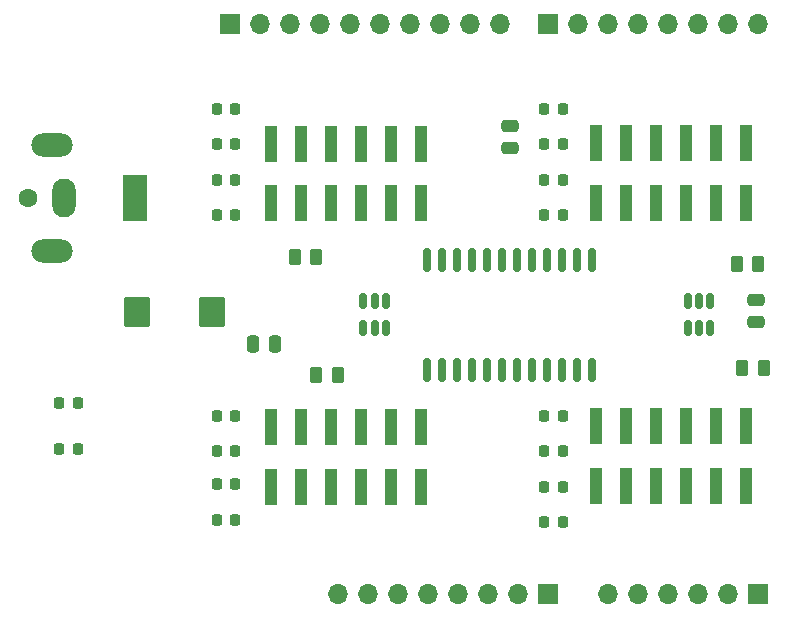
<source format=gbr>
%TF.GenerationSoftware,KiCad,Pcbnew,7.0.7*%
%TF.CreationDate,2024-06-03T14:36:37+02:00*%
%TF.ProjectId,control-board_v1,636f6e74-726f-46c2-9d62-6f6172645f76,rev?*%
%TF.SameCoordinates,Original*%
%TF.FileFunction,Soldermask,Top*%
%TF.FilePolarity,Negative*%
%FSLAX46Y46*%
G04 Gerber Fmt 4.6, Leading zero omitted, Abs format (unit mm)*
G04 Created by KiCad (PCBNEW 7.0.7) date 2024-06-03 14:36:37*
%MOMM*%
%LPD*%
G01*
G04 APERTURE LIST*
G04 Aperture macros list*
%AMRoundRect*
0 Rectangle with rounded corners*
0 $1 Rounding radius*
0 $2 $3 $4 $5 $6 $7 $8 $9 X,Y pos of 4 corners*
0 Add a 4 corners polygon primitive as box body*
4,1,4,$2,$3,$4,$5,$6,$7,$8,$9,$2,$3,0*
0 Add four circle primitives for the rounded corners*
1,1,$1+$1,$2,$3*
1,1,$1+$1,$4,$5*
1,1,$1+$1,$6,$7*
1,1,$1+$1,$8,$9*
0 Add four rect primitives between the rounded corners*
20,1,$1+$1,$2,$3,$4,$5,0*
20,1,$1+$1,$4,$5,$6,$7,0*
20,1,$1+$1,$6,$7,$8,$9,0*
20,1,$1+$1,$8,$9,$2,$3,0*%
G04 Aperture macros list end*
%ADD10RoundRect,0.218750X0.218750X0.256250X-0.218750X0.256250X-0.218750X-0.256250X0.218750X-0.256250X0*%
%ADD11RoundRect,0.250000X0.262500X0.450000X-0.262500X0.450000X-0.262500X-0.450000X0.262500X-0.450000X0*%
%ADD12RoundRect,0.250000X0.875000X1.025000X-0.875000X1.025000X-0.875000X-1.025000X0.875000X-1.025000X0*%
%ADD13RoundRect,0.150000X-0.150000X0.512500X-0.150000X-0.512500X0.150000X-0.512500X0.150000X0.512500X0*%
%ADD14R,1.000000X3.150000*%
%ADD15RoundRect,0.250000X0.475000X-0.250000X0.475000X0.250000X-0.475000X0.250000X-0.475000X-0.250000X0*%
%ADD16RoundRect,0.250000X0.250000X0.475000X-0.250000X0.475000X-0.250000X-0.475000X0.250000X-0.475000X0*%
%ADD17RoundRect,0.150000X0.150000X-0.875000X0.150000X0.875000X-0.150000X0.875000X-0.150000X-0.875000X0*%
%ADD18RoundRect,0.250000X-0.475000X0.250000X-0.475000X-0.250000X0.475000X-0.250000X0.475000X0.250000X0*%
%ADD19C,1.600000*%
%ADD20R,2.000000X4.000000*%
%ADD21O,2.000000X3.300000*%
%ADD22O,3.500000X2.000000*%
%ADD23RoundRect,0.250000X-0.262500X-0.450000X0.262500X-0.450000X0.262500X0.450000X-0.262500X0.450000X0*%
%ADD24RoundRect,0.150000X0.150000X-0.512500X0.150000X0.512500X-0.150000X0.512500X-0.150000X-0.512500X0*%
%ADD25R,1.700000X1.700000*%
%ADD26O,1.700000X1.700000*%
G04 APERTURE END LIST*
D10*
%TO.C,D7*%
X36117500Y-56780000D03*
X34542500Y-56780000D03*
%TD*%
%TO.C,D2*%
X36117500Y-31000000D03*
X34542500Y-31000000D03*
%TD*%
D11*
%TO.C,R19*%
X42940000Y-37560000D03*
X41115000Y-37560000D03*
%TD*%
D10*
%TO.C,D3*%
X36117500Y-25000000D03*
X34542500Y-25000000D03*
%TD*%
%TO.C,D1*%
X36117500Y-34000000D03*
X34542500Y-34000000D03*
%TD*%
%TO.C,D6*%
X36117500Y-54000000D03*
X34542500Y-54000000D03*
%TD*%
%TO.C,D10*%
X63837500Y-54000000D03*
X62262500Y-54000000D03*
%TD*%
D11*
%TO.C,R21*%
X44772500Y-47560000D03*
X42947500Y-47560000D03*
%TD*%
D10*
%TO.C,D9*%
X63837500Y-51000000D03*
X62262500Y-51000000D03*
%TD*%
D12*
%TO.C,C1*%
X34170000Y-42210000D03*
X27770000Y-42210000D03*
%TD*%
D10*
%TO.C,D14*%
X63837500Y-28000000D03*
X62262500Y-28000000D03*
%TD*%
%TO.C,D16*%
X63837500Y-34000000D03*
X62262500Y-34000000D03*
%TD*%
D13*
%TO.C,Q10*%
X76310000Y-41302500D03*
X75360000Y-41302500D03*
X74410000Y-41302500D03*
X74410000Y-43577500D03*
X75360000Y-43577500D03*
X76310000Y-43577500D03*
%TD*%
D14*
%TO.C,J2*%
X39130000Y-56990000D03*
X39130000Y-51940000D03*
X41670000Y-56990000D03*
X41670000Y-51940000D03*
X44210000Y-56990000D03*
X44210000Y-51940000D03*
X46750000Y-56990000D03*
X46750000Y-51940000D03*
X49290000Y-56990000D03*
X49290000Y-51940000D03*
X51830000Y-56990000D03*
X51830000Y-51940000D03*
%TD*%
D10*
%TO.C,D15*%
X63837500Y-31000000D03*
X62262500Y-31000000D03*
%TD*%
D15*
%TO.C,C5*%
X59380000Y-28310000D03*
X59380000Y-26410000D03*
%TD*%
D16*
%TO.C,C7*%
X39470000Y-44870000D03*
X37570000Y-44870000D03*
%TD*%
D10*
%TO.C,D5*%
X36117500Y-51000000D03*
X34542500Y-51000000D03*
%TD*%
%TO.C,D12*%
X63837500Y-60000000D03*
X62262500Y-60000000D03*
%TD*%
D14*
%TO.C,J5*%
X66630000Y-32940000D03*
X66630000Y-27890000D03*
X69170000Y-32940000D03*
X69170000Y-27890000D03*
X71710000Y-32940000D03*
X71710000Y-27890000D03*
X74250000Y-32940000D03*
X74250000Y-27890000D03*
X76790000Y-32940000D03*
X76790000Y-27890000D03*
X79330000Y-32940000D03*
X79330000Y-27890000D03*
%TD*%
D10*
%TO.C,D11*%
X63837500Y-57000000D03*
X62262500Y-57000000D03*
%TD*%
%TO.C,D18*%
X22780000Y-49891250D03*
X21205000Y-49891250D03*
%TD*%
D17*
%TO.C,U1*%
X52360000Y-47090000D03*
X53630000Y-47090000D03*
X54900000Y-47090000D03*
X56170000Y-47090000D03*
X57440000Y-47090000D03*
X58710000Y-47090000D03*
X59980000Y-47090000D03*
X61250000Y-47090000D03*
X62520000Y-47090000D03*
X63790000Y-47090000D03*
X65060000Y-47090000D03*
X66330000Y-47090000D03*
X66330000Y-37790000D03*
X65060000Y-37790000D03*
X63790000Y-37790000D03*
X62520000Y-37790000D03*
X61250000Y-37790000D03*
X59980000Y-37790000D03*
X58710000Y-37790000D03*
X57440000Y-37790000D03*
X56170000Y-37790000D03*
X54900000Y-37790000D03*
X53630000Y-37790000D03*
X52360000Y-37790000D03*
%TD*%
D18*
%TO.C,C3*%
X80200000Y-41170000D03*
X80200000Y-43070000D03*
%TD*%
D19*
%TO.C,J1*%
X18570000Y-32560000D03*
D20*
X27570000Y-32560000D03*
D21*
X21570000Y-32560000D03*
D22*
X20570000Y-28060000D03*
X20570000Y-37060000D03*
%TD*%
D14*
%TO.C,J3*%
X39130000Y-32990000D03*
X39130000Y-27940000D03*
X41670000Y-32990000D03*
X41670000Y-27940000D03*
X44210000Y-32990000D03*
X44210000Y-27940000D03*
X46750000Y-32990000D03*
X46750000Y-27940000D03*
X49290000Y-32990000D03*
X49290000Y-27940000D03*
X51830000Y-32990000D03*
X51830000Y-27940000D03*
%TD*%
D23*
%TO.C,R25*%
X78557500Y-38120000D03*
X80382500Y-38120000D03*
%TD*%
D10*
%TO.C,D4*%
X36117500Y-28000000D03*
X34542500Y-28000000D03*
%TD*%
%TO.C,D13*%
X63837500Y-25000000D03*
X62262500Y-25000000D03*
%TD*%
D23*
%TO.C,R26*%
X79027500Y-46920000D03*
X80852500Y-46920000D03*
%TD*%
D10*
%TO.C,D17*%
X22780000Y-53831250D03*
X21205000Y-53831250D03*
%TD*%
D14*
%TO.C,J4*%
X66630000Y-56940000D03*
X66630000Y-51890000D03*
X69170000Y-56940000D03*
X69170000Y-51890000D03*
X71710000Y-56940000D03*
X71710000Y-51890000D03*
X74250000Y-56940000D03*
X74250000Y-51890000D03*
X76790000Y-56940000D03*
X76790000Y-51890000D03*
X79330000Y-56940000D03*
X79330000Y-51890000D03*
%TD*%
D10*
%TO.C,D8*%
X36117500Y-59780000D03*
X34542500Y-59780000D03*
%TD*%
D24*
%TO.C,Q9*%
X46940000Y-43577500D03*
X47890000Y-43577500D03*
X48840000Y-43577500D03*
X48840000Y-41302500D03*
X47890000Y-41302500D03*
X46940000Y-41302500D03*
%TD*%
D25*
%TO.C,J8*%
X35650000Y-17840000D03*
D26*
X38190000Y-17840000D03*
X40730000Y-17840000D03*
X43270000Y-17840000D03*
X45810000Y-17840000D03*
X48350000Y-17840000D03*
X50890000Y-17840000D03*
X53430000Y-17840000D03*
X55970000Y-17840000D03*
X58510000Y-17840000D03*
%TD*%
D25*
%TO.C,J7*%
X80350000Y-66090000D03*
D26*
X77810000Y-66090000D03*
X75270000Y-66090000D03*
X72730000Y-66090000D03*
X70190000Y-66090000D03*
X67650000Y-66090000D03*
%TD*%
D25*
%TO.C,J6*%
X62570000Y-66090000D03*
D26*
X60030000Y-66090000D03*
X57490000Y-66090000D03*
X54950000Y-66090000D03*
X52410000Y-66090000D03*
X49870000Y-66090000D03*
X47330000Y-66090000D03*
X44790000Y-66090000D03*
%TD*%
D25*
%TO.C,J9*%
X62570000Y-17840000D03*
D26*
X65110000Y-17840000D03*
X67650000Y-17840000D03*
X70190000Y-17840000D03*
X72730000Y-17840000D03*
X75270000Y-17840000D03*
X77810000Y-17840000D03*
X80350000Y-17840000D03*
%TD*%
M02*

</source>
